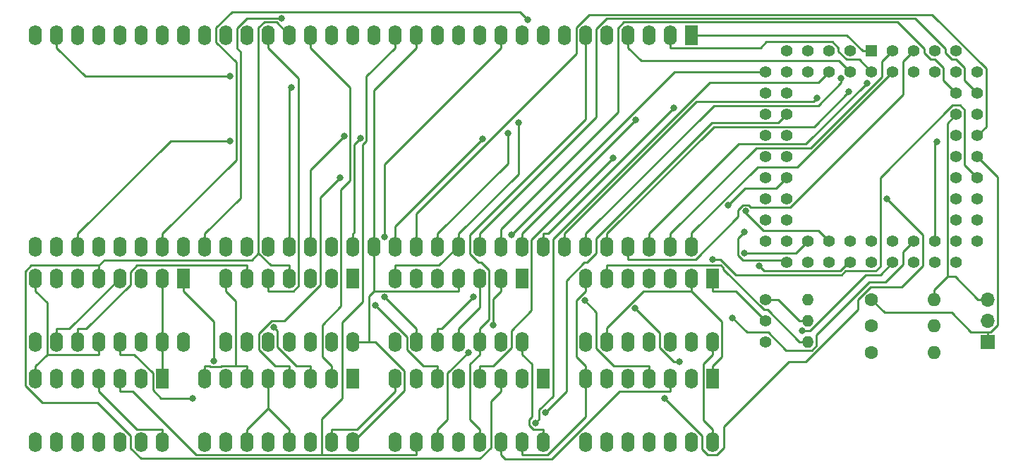
<source format=gbr>
G04 #@! TF.GenerationSoftware,KiCad,Pcbnew,(5.1.2-1)-1*
G04 #@! TF.CreationDate,2019-05-26T23:10:56+01:00*
G04 #@! TF.ProjectId,A500 14Mhz Accelerator,41353030-2031-4344-9d68-7a2041636365,rev?*
G04 #@! TF.SameCoordinates,Original*
G04 #@! TF.FileFunction,Copper,L2,Bot*
G04 #@! TF.FilePolarity,Positive*
%FSLAX46Y46*%
G04 Gerber Fmt 4.6, Leading zero omitted, Abs format (unit mm)*
G04 Created by KiCad (PCBNEW (5.1.2-1)-1) date 2019-05-26 23:10:56*
%MOMM*%
%LPD*%
G04 APERTURE LIST*
%ADD10O,1.600000X2.400000*%
%ADD11R,1.600000X2.400000*%
%ADD12O,1.600000X1.600000*%
%ADD13C,1.600000*%
%ADD14C,1.400000*%
%ADD15O,1.400000X1.400000*%
%ADD16R,1.700000X1.700000*%
%ADD17O,1.700000X1.700000*%
%ADD18C,1.422400*%
%ADD19R,1.422400X1.422400*%
%ADD20C,0.800000*%
%ADD21C,0.250000*%
G04 APERTURE END LIST*
D10*
X165735000Y-115570000D03*
X163195000Y-115570000D03*
X160655000Y-115570000D03*
X158115000Y-115570000D03*
X155575000Y-115570000D03*
X153035000Y-115570000D03*
X150495000Y-115570000D03*
X147955000Y-115570000D03*
X145415000Y-115570000D03*
X142875000Y-115570000D03*
X140335000Y-115570000D03*
X137795000Y-115570000D03*
X135255000Y-115570000D03*
X132715000Y-115570000D03*
X130175000Y-115570000D03*
X127635000Y-115570000D03*
X125095000Y-115570000D03*
X122555000Y-115570000D03*
X120015000Y-115570000D03*
X117475000Y-115570000D03*
X114935000Y-115570000D03*
X112395000Y-115570000D03*
X109855000Y-115570000D03*
X107315000Y-115570000D03*
X104775000Y-115570000D03*
X102235000Y-115570000D03*
X99695000Y-115570000D03*
X97155000Y-115570000D03*
X94615000Y-115570000D03*
X92075000Y-115570000D03*
X89535000Y-115570000D03*
X86995000Y-115570000D03*
X86995000Y-90170000D03*
X89535000Y-90170000D03*
X92075000Y-90170000D03*
X94615000Y-90170000D03*
X97155000Y-90170000D03*
X99695000Y-90170000D03*
X102235000Y-90170000D03*
X104775000Y-90170000D03*
X107315000Y-90170000D03*
X109855000Y-90170000D03*
X112395000Y-90170000D03*
X114935000Y-90170000D03*
X117475000Y-90170000D03*
X120015000Y-90170000D03*
X122555000Y-90170000D03*
X125095000Y-90170000D03*
X127635000Y-90170000D03*
X130175000Y-90170000D03*
X132715000Y-90170000D03*
X135255000Y-90170000D03*
X137795000Y-90170000D03*
X140335000Y-90170000D03*
X142875000Y-90170000D03*
X145415000Y-90170000D03*
X147955000Y-90170000D03*
X150495000Y-90170000D03*
X153035000Y-90170000D03*
X155575000Y-90170000D03*
X158115000Y-90170000D03*
X160655000Y-90170000D03*
X163195000Y-90170000D03*
D11*
X165735000Y-90170000D03*
D12*
X194825000Y-121920000D03*
D13*
X187325000Y-121920000D03*
X187325000Y-125095000D03*
D12*
X194825000Y-125095000D03*
X194825000Y-128270000D03*
D13*
X187325000Y-128270000D03*
D14*
X174625000Y-121920000D03*
D15*
X179705000Y-121920000D03*
X179705000Y-124460000D03*
D14*
X174625000Y-124460000D03*
X174625000Y-127000000D03*
D15*
X179705000Y-127000000D03*
D11*
X168275000Y-119380000D03*
D10*
X153035000Y-127000000D03*
X165735000Y-119380000D03*
X155575000Y-127000000D03*
X163195000Y-119380000D03*
X158115000Y-127000000D03*
X160655000Y-119380000D03*
X160655000Y-127000000D03*
X158115000Y-119380000D03*
X163195000Y-127000000D03*
X155575000Y-119380000D03*
X165735000Y-127000000D03*
X153035000Y-119380000D03*
X168275000Y-127000000D03*
X145415000Y-127000000D03*
X130175000Y-119380000D03*
X142875000Y-127000000D03*
X132715000Y-119380000D03*
X140335000Y-127000000D03*
X135255000Y-119380000D03*
X137795000Y-127000000D03*
X137795000Y-119380000D03*
X135255000Y-127000000D03*
X140335000Y-119380000D03*
X132715000Y-127000000D03*
X142875000Y-119380000D03*
X130175000Y-127000000D03*
D11*
X145415000Y-119380000D03*
X125095000Y-119380000D03*
D10*
X109855000Y-127000000D03*
X122555000Y-119380000D03*
X112395000Y-127000000D03*
X120015000Y-119380000D03*
X114935000Y-127000000D03*
X117475000Y-119380000D03*
X117475000Y-127000000D03*
X114935000Y-119380000D03*
X120015000Y-127000000D03*
X112395000Y-119380000D03*
X122555000Y-127000000D03*
X109855000Y-119380000D03*
X125095000Y-127000000D03*
D11*
X104775000Y-119380000D03*
D10*
X86995000Y-127000000D03*
X102235000Y-119380000D03*
X89535000Y-127000000D03*
X99695000Y-119380000D03*
X92075000Y-127000000D03*
X97155000Y-119380000D03*
X94615000Y-127000000D03*
X94615000Y-119380000D03*
X97155000Y-127000000D03*
X92075000Y-119380000D03*
X99695000Y-127000000D03*
X89535000Y-119380000D03*
X102235000Y-127000000D03*
X86995000Y-119380000D03*
X104775000Y-127000000D03*
X168275000Y-139065000D03*
X153035000Y-131445000D03*
X165735000Y-139065000D03*
X155575000Y-131445000D03*
X163195000Y-139065000D03*
X158115000Y-131445000D03*
X160655000Y-139065000D03*
X160655000Y-131445000D03*
X158115000Y-139065000D03*
X163195000Y-131445000D03*
X155575000Y-139065000D03*
X165735000Y-131445000D03*
X153035000Y-139065000D03*
D11*
X168275000Y-131445000D03*
D16*
X201295000Y-127000000D03*
D17*
X201295000Y-124460000D03*
X201295000Y-121920000D03*
D11*
X147955000Y-131445000D03*
D10*
X130175000Y-139065000D03*
X145415000Y-131445000D03*
X132715000Y-139065000D03*
X142875000Y-131445000D03*
X135255000Y-139065000D03*
X140335000Y-131445000D03*
X137795000Y-139065000D03*
X137795000Y-131445000D03*
X140335000Y-139065000D03*
X135255000Y-131445000D03*
X142875000Y-139065000D03*
X132715000Y-131445000D03*
X145415000Y-139065000D03*
X130175000Y-131445000D03*
X147955000Y-139065000D03*
D11*
X125095000Y-131445000D03*
D10*
X107315000Y-139065000D03*
X122555000Y-131445000D03*
X109855000Y-139065000D03*
X120015000Y-131445000D03*
X112395000Y-139065000D03*
X117475000Y-131445000D03*
X114935000Y-139065000D03*
X114935000Y-131445000D03*
X117475000Y-139065000D03*
X112395000Y-131445000D03*
X120015000Y-139065000D03*
X109855000Y-131445000D03*
X122555000Y-139065000D03*
X107315000Y-131445000D03*
X125095000Y-139065000D03*
D11*
X102235000Y-131445000D03*
D10*
X86995000Y-139065000D03*
X99695000Y-131445000D03*
X89535000Y-139065000D03*
X97155000Y-131445000D03*
X92075000Y-139065000D03*
X94615000Y-131445000D03*
X94615000Y-139065000D03*
X92075000Y-131445000D03*
X97155000Y-139065000D03*
X89535000Y-131445000D03*
X99695000Y-139065000D03*
X86995000Y-131445000D03*
X102235000Y-139065000D03*
D18*
X187325000Y-94615000D03*
X184785000Y-94615000D03*
X182245000Y-94615000D03*
X179705000Y-94615000D03*
X189865000Y-94615000D03*
X192405000Y-94615000D03*
X194945000Y-94615000D03*
X197485000Y-94615000D03*
D19*
X187325000Y-92075000D03*
D18*
X184785000Y-92075000D03*
X182245000Y-92075000D03*
X179705000Y-92075000D03*
X177165000Y-92075000D03*
X189865000Y-92075000D03*
X192405000Y-92075000D03*
X194945000Y-92075000D03*
X177165000Y-94615000D03*
X177165000Y-97155000D03*
X177165000Y-99695000D03*
X177165000Y-102235000D03*
X177165000Y-104775000D03*
X177165000Y-107315000D03*
X177165000Y-109855000D03*
X177165000Y-112395000D03*
X174625000Y-94615000D03*
X174625000Y-97155000D03*
X174625000Y-99695000D03*
X174625000Y-102235000D03*
X174625000Y-104775000D03*
X174625000Y-107315000D03*
X174625000Y-109855000D03*
X174625000Y-112395000D03*
X174625000Y-114935000D03*
X177165000Y-114935000D03*
X179705000Y-114935000D03*
X182245000Y-114935000D03*
X184785000Y-114935000D03*
X187325000Y-114935000D03*
X189865000Y-114935000D03*
X192405000Y-114935000D03*
X194945000Y-114935000D03*
X200025000Y-114935000D03*
X177165000Y-117475000D03*
X179705000Y-117475000D03*
X182245000Y-117475000D03*
X184785000Y-117475000D03*
X187325000Y-117475000D03*
X189865000Y-117475000D03*
X192405000Y-117475000D03*
X194945000Y-117475000D03*
X197485000Y-117475000D03*
X197485000Y-114935000D03*
X197485000Y-112395000D03*
X197485000Y-109855000D03*
X197485000Y-107315000D03*
X197485000Y-104775000D03*
X197485000Y-102235000D03*
X197485000Y-99695000D03*
X197485000Y-97155000D03*
X197485000Y-92075000D03*
X200025000Y-112395000D03*
X200025000Y-109855000D03*
X200025000Y-107315000D03*
X200025000Y-104775000D03*
X200025000Y-102235000D03*
X200025000Y-99695000D03*
X200025000Y-97155000D03*
X200025000Y-94615000D03*
D20*
X144957700Y-100693000D03*
X186795500Y-95956300D03*
X184630100Y-97006100D03*
X183692100Y-95382100D03*
X180808400Y-97753100D03*
X163609000Y-98946000D03*
X159067500Y-100368100D03*
X143692500Y-102018200D03*
X140655200Y-102636400D03*
X126009300Y-102583800D03*
X168250400Y-117120500D03*
X124052800Y-102319600D03*
X117701200Y-96472700D03*
X158960500Y-122961400D03*
X164272200Y-129447700D03*
X116534500Y-88145300D03*
X146098100Y-88375500D03*
X195218100Y-102972400D03*
X170638700Y-124153700D03*
X110386800Y-102895500D03*
X179032500Y-125667200D03*
X110386800Y-95128000D03*
X173865900Y-117907500D03*
X172248500Y-111305800D03*
X172080000Y-116348700D03*
X172101000Y-113822100D03*
X127770200Y-122632000D03*
X128905000Y-114400700D03*
X128873200Y-121649000D03*
X141914900Y-124985300D03*
X152917600Y-122066500D03*
X139571300Y-121664000D03*
X148192800Y-135487700D03*
X156336700Y-104970900D03*
X144114600Y-114175000D03*
X105884500Y-133815200D03*
X123568100Y-107319300D03*
X170140400Y-110587700D03*
X162482100Y-133815600D03*
X189150000Y-109855000D03*
X146987500Y-136748400D03*
X138952900Y-128293600D03*
X108419000Y-129296400D03*
X115612700Y-125266800D03*
D21*
X153035000Y-131445000D02*
X153035000Y-129919700D01*
X153035000Y-119380000D02*
X153035000Y-120905300D01*
X153035000Y-120905300D02*
X151894400Y-122045900D01*
X151894400Y-122045900D02*
X151894400Y-128779100D01*
X151894400Y-128779100D02*
X153035000Y-129919700D01*
X145415000Y-139065000D02*
X145415000Y-140590300D01*
X153035000Y-131445000D02*
X153035000Y-135993100D01*
X153035000Y-135993100D02*
X148437800Y-140590300D01*
X148437800Y-140590300D02*
X145415000Y-140590300D01*
X107315000Y-129919700D02*
X107901300Y-129919700D01*
X107901300Y-129919700D02*
X108006700Y-130025100D01*
X108006700Y-130025100D02*
X109240200Y-130025100D01*
X109240200Y-130025100D02*
X109345600Y-129919700D01*
X109345600Y-129919700D02*
X111045600Y-129919700D01*
X137795000Y-114044700D02*
X144957700Y-106882000D01*
X144957700Y-106882000D02*
X144957700Y-100693000D01*
X88389400Y-128525300D02*
X86995000Y-129919700D01*
X94615000Y-128525300D02*
X88389400Y-128525300D01*
X86995000Y-120905300D02*
X88389400Y-122299700D01*
X88389400Y-122299700D02*
X88389400Y-128525300D01*
X86995000Y-119380000D02*
X86995000Y-120905300D01*
X86995000Y-131445000D02*
X86995000Y-129919700D01*
X94615000Y-127000000D02*
X94615000Y-128525300D01*
X107315000Y-131445000D02*
X107315000Y-129919700D01*
X112395000Y-129919700D02*
X111045600Y-129919700D01*
X111045600Y-129919700D02*
X111045600Y-122095900D01*
X111045600Y-122095900D02*
X109855000Y-120905300D01*
X109855000Y-119380000D02*
X109855000Y-120905300D01*
X112395000Y-131445000D02*
X112395000Y-129919700D01*
X196422500Y-119197200D02*
X196422500Y-100757500D01*
X196422500Y-100757500D02*
X197485000Y-99695000D01*
X194825000Y-120794700D02*
X196422500Y-119197200D01*
X196422500Y-119197200D02*
X197396900Y-119197200D01*
X197396900Y-119197200D02*
X200119700Y-121920000D01*
X201295000Y-121920000D02*
X200119700Y-121920000D01*
X130175000Y-119380000D02*
X130175000Y-117854700D01*
X137795000Y-115493400D02*
X135433700Y-117854700D01*
X135433700Y-117854700D02*
X130175000Y-117854700D01*
X137795000Y-115493400D02*
X137795000Y-114044700D01*
X137795000Y-115570000D02*
X137795000Y-115493400D01*
X130175000Y-131445000D02*
X130175000Y-132970300D01*
X122555000Y-139065000D02*
X122555000Y-137539700D01*
X122555000Y-137539700D02*
X125605600Y-137539700D01*
X125605600Y-137539700D02*
X130175000Y-132970300D01*
X114935000Y-134999700D02*
X114935000Y-131445000D01*
X117475000Y-137539700D02*
X114935000Y-134999700D01*
X114935000Y-134999700D02*
X112395000Y-137539700D01*
X112395000Y-139065000D02*
X112395000Y-137539700D01*
X117475000Y-139065000D02*
X117475000Y-137539700D01*
X194825000Y-121920000D02*
X194825000Y-120794700D01*
X127635000Y-120905300D02*
X127635000Y-117095300D01*
X127015200Y-127000000D02*
X127015200Y-121525100D01*
X127015200Y-121525100D02*
X127635000Y-120905300D01*
X127635000Y-120905300D02*
X137795000Y-120905300D01*
X137795000Y-119380000D02*
X137795000Y-120905300D01*
X127015200Y-127000000D02*
X125095000Y-127000000D01*
X125095000Y-139065000D02*
X131301700Y-132858300D01*
X131301700Y-132858300D02*
X131301700Y-130542100D01*
X131301700Y-130542100D02*
X127759600Y-127000000D01*
X127759600Y-127000000D02*
X127015200Y-127000000D01*
X127635000Y-115570000D02*
X127635000Y-117095300D01*
X102235000Y-137539700D02*
X99184400Y-137539700D01*
X99184400Y-137539700D02*
X94615000Y-132970300D01*
X145415000Y-128525300D02*
X146580700Y-129691000D01*
X146580700Y-129691000D02*
X146580700Y-135997600D01*
X146580700Y-135997600D02*
X146262200Y-136316100D01*
X146262200Y-136316100D02*
X146262200Y-137048800D01*
X146262200Y-137048800D02*
X146753100Y-137539700D01*
X146753100Y-137539700D02*
X147955000Y-137539700D01*
X168275000Y-119380000D02*
X168275000Y-120905300D01*
X168275000Y-120905300D02*
X171070300Y-120905300D01*
X171070300Y-120905300D02*
X174625000Y-124460000D01*
X127635000Y-114044700D02*
X127635000Y-96775300D01*
X127635000Y-96775300D02*
X132715000Y-91695300D01*
X94615000Y-131445000D02*
X94615000Y-132970300D01*
X102235000Y-139065000D02*
X102235000Y-137539700D01*
X187325000Y-121920000D02*
X188912500Y-123507500D01*
X188912500Y-123507500D02*
X196973000Y-123507500D01*
X196973000Y-123507500D02*
X199290200Y-125824700D01*
X199290200Y-125824700D02*
X201295000Y-125824700D01*
X201295000Y-127000000D02*
X201295000Y-125824700D01*
X200025000Y-104775000D02*
X202470300Y-107220300D01*
X202470300Y-107220300D02*
X202470300Y-125016800D01*
X202470300Y-125016800D02*
X201662400Y-125824700D01*
X201662400Y-125824700D02*
X201295000Y-125824700D01*
X127635000Y-115570000D02*
X127635000Y-114044700D01*
X132715000Y-90170000D02*
X132715000Y-91695300D01*
X168275000Y-127000000D02*
X168275000Y-128525300D01*
X168275000Y-139065000D02*
X168275000Y-137539700D01*
X168275000Y-137539700D02*
X167149700Y-136414400D01*
X167149700Y-136414400D02*
X167149700Y-129650600D01*
X167149700Y-129650600D02*
X168275000Y-128525300D01*
X102235000Y-127000000D02*
X102235000Y-131445000D01*
X102235000Y-119380000D02*
X102235000Y-127000000D01*
X89535000Y-127000000D02*
X89535000Y-125474700D01*
X89535000Y-125474700D02*
X91060300Y-125474700D01*
X91060300Y-125474700D02*
X97155000Y-119380000D01*
X145415000Y-127000000D02*
X145415000Y-128525300D01*
X147955000Y-139065000D02*
X147955000Y-137539700D01*
X165735000Y-114044700D02*
X165735000Y-113954400D01*
X165735000Y-113954400D02*
X173644400Y-106045000D01*
X173644400Y-106045000D02*
X178435000Y-106045000D01*
X178435000Y-106045000D02*
X189865000Y-94615000D01*
X165735000Y-115570000D02*
X165735000Y-114044700D01*
X163195000Y-114044700D02*
X173509700Y-103730000D01*
X173509700Y-103730000D02*
X180047600Y-103730000D01*
X180047600Y-103730000D02*
X188595000Y-95182600D01*
X188595000Y-95182600D02*
X188595000Y-93345000D01*
X188595000Y-93345000D02*
X189865000Y-92075000D01*
X163195000Y-115570000D02*
X163195000Y-114044700D01*
X160655000Y-115570000D02*
X160655000Y-114044700D01*
X186795500Y-95956300D02*
X179472300Y-103279500D01*
X179472300Y-103279500D02*
X171420200Y-103279500D01*
X171420200Y-103279500D02*
X160655000Y-114044700D01*
X192405000Y-92075000D02*
X191135000Y-93345000D01*
X191135000Y-93345000D02*
X191135000Y-97359800D01*
X191135000Y-97359800D02*
X177583300Y-110911500D01*
X177583300Y-110911500D02*
X172880000Y-110911500D01*
X172880000Y-110911500D02*
X172549000Y-110580500D01*
X172549000Y-110580500D02*
X171944400Y-110580500D01*
X171944400Y-110580500D02*
X171318000Y-111206900D01*
X171318000Y-111206900D02*
X171318000Y-111986400D01*
X171318000Y-111986400D02*
X166209100Y-117095300D01*
X166209100Y-117095300D02*
X158115000Y-117095300D01*
X158115000Y-115570000D02*
X158115000Y-117095300D01*
X155575000Y-114044700D02*
X168422400Y-101197300D01*
X168422400Y-101197300D02*
X180438900Y-101197300D01*
X180438900Y-101197300D02*
X184630100Y-97006100D01*
X155575000Y-115570000D02*
X155575000Y-114044700D01*
X183692100Y-95382100D02*
X183692100Y-95922000D01*
X183692100Y-95922000D02*
X180962200Y-98651900D01*
X180962200Y-98651900D02*
X168427800Y-98651900D01*
X168427800Y-98651900D02*
X153035000Y-114044700D01*
X153035000Y-115570000D02*
X153035000Y-114044700D01*
X150495000Y-115570000D02*
X150495000Y-114044700D01*
X150495000Y-114044700D02*
X166348200Y-98191500D01*
X166348200Y-98191500D02*
X180370000Y-98191500D01*
X180370000Y-98191500D02*
X180808400Y-97753100D01*
X147955000Y-114044700D02*
X148510300Y-114044700D01*
X148510300Y-114044700D02*
X163609000Y-98946000D01*
X147955000Y-115570000D02*
X147955000Y-114044700D01*
X145415000Y-114044700D02*
X159067500Y-100392200D01*
X159067500Y-100392200D02*
X159067500Y-100368100D01*
X145415000Y-115570000D02*
X145415000Y-114044700D01*
X142875000Y-115570000D02*
X142875000Y-113472300D01*
X142875000Y-113472300D02*
X156918900Y-99428400D01*
X156918900Y-99428400D02*
X156918900Y-89353500D01*
X156918900Y-89353500D02*
X157636400Y-88636000D01*
X157636400Y-88636000D02*
X190468300Y-88636000D01*
X190468300Y-88636000D02*
X193675000Y-91842700D01*
X193675000Y-91842700D02*
X193675000Y-92325500D01*
X193675000Y-92325500D02*
X194461100Y-93111600D01*
X194461100Y-93111600D02*
X194962100Y-93111600D01*
X194962100Y-93111600D02*
X195981600Y-94131100D01*
X195981600Y-94131100D02*
X195981600Y-95651600D01*
X195981600Y-95651600D02*
X197485000Y-97155000D01*
X140335000Y-114044700D02*
X154305000Y-100074700D01*
X154305000Y-100074700D02*
X154305000Y-89432100D01*
X154305000Y-89432100D02*
X155552700Y-88184400D01*
X155552700Y-88184400D02*
X192556700Y-88184400D01*
X192556700Y-88184400D02*
X196215000Y-91842700D01*
X196215000Y-91842700D02*
X196215000Y-92325500D01*
X196215000Y-92325500D02*
X197001100Y-93111600D01*
X197001100Y-93111600D02*
X197502100Y-93111600D01*
X197502100Y-93111600D02*
X198521600Y-94131100D01*
X198521600Y-94131100D02*
X198521600Y-95651600D01*
X198521600Y-95651600D02*
X200025000Y-97155000D01*
X140335000Y-115570000D02*
X140335000Y-114044700D01*
X135255000Y-115570000D02*
X135255000Y-114044700D01*
X143692500Y-102018200D02*
X143692500Y-105607200D01*
X143692500Y-105607200D02*
X135255000Y-114044700D01*
X200025000Y-102235000D02*
X201079300Y-101180700D01*
X201079300Y-101180700D02*
X201079300Y-94191600D01*
X201079300Y-94191600D02*
X194620000Y-87732300D01*
X194620000Y-87732300D02*
X153457500Y-87732300D01*
X153457500Y-87732300D02*
X151909600Y-89280200D01*
X151909600Y-89280200D02*
X151909600Y-92428100D01*
X151909600Y-92428100D02*
X132715000Y-111622700D01*
X132715000Y-111622700D02*
X132715000Y-114044700D01*
X132715000Y-115570000D02*
X132715000Y-114044700D01*
X130175000Y-114044700D02*
X130175000Y-113116600D01*
X130175000Y-113116600D02*
X140655200Y-102636400D01*
X130175000Y-115570000D02*
X130175000Y-114044700D01*
X125095000Y-115570000D02*
X125095000Y-114044700D01*
X125095000Y-114044700D02*
X125235400Y-113904300D01*
X125235400Y-113904300D02*
X125235400Y-103357700D01*
X125235400Y-103357700D02*
X126009300Y-102583800D01*
X168250400Y-117120500D02*
X169186400Y-117120500D01*
X169186400Y-117120500D02*
X171046300Y-118980400D01*
X171046300Y-118980400D02*
X183738500Y-118980400D01*
X183738500Y-118980400D02*
X184207300Y-118511600D01*
X184207300Y-118511600D02*
X187825000Y-118511600D01*
X187825000Y-118511600D02*
X188382300Y-117954300D01*
X188382300Y-117954300D02*
X188382300Y-107283500D01*
X188382300Y-107283500D02*
X197030100Y-98635700D01*
X197030100Y-98635700D02*
X197946200Y-98635700D01*
X197946200Y-98635700D02*
X198521600Y-99211100D01*
X198521600Y-99211100D02*
X198521600Y-105811600D01*
X198521600Y-105811600D02*
X200025000Y-107315000D01*
X120015000Y-115570000D02*
X120015000Y-106357400D01*
X120015000Y-106357400D02*
X124052800Y-102319600D01*
X117701200Y-96472700D02*
X117475000Y-96698900D01*
X117475000Y-96698900D02*
X117475000Y-115570000D01*
X164272200Y-129447700D02*
X163645000Y-129447700D01*
X163645000Y-129447700D02*
X161925000Y-127727700D01*
X161925000Y-127727700D02*
X161925000Y-125925900D01*
X161925000Y-125925900D02*
X158960500Y-122961400D01*
X107315000Y-115570000D02*
X107315000Y-114044700D01*
X116534500Y-88145300D02*
X112426900Y-88145300D01*
X112426900Y-88145300D02*
X111219300Y-89352900D01*
X111219300Y-89352900D02*
X111219300Y-91789700D01*
X111219300Y-91789700D02*
X111592200Y-92162600D01*
X111592200Y-92162600D02*
X111592200Y-109767500D01*
X111592200Y-109767500D02*
X107315000Y-114044700D01*
X194945000Y-114935000D02*
X194945000Y-103245500D01*
X194945000Y-103245500D02*
X195218100Y-102972400D01*
X102235000Y-115570000D02*
X102235000Y-114044700D01*
X146098100Y-88375500D02*
X145130900Y-87408300D01*
X145130900Y-87408300D02*
X110569600Y-87408300D01*
X110569600Y-87408300D02*
X108693500Y-89284400D01*
X108693500Y-89284400D02*
X108693500Y-91028700D01*
X108693500Y-91028700D02*
X111112200Y-93447400D01*
X111112200Y-93447400D02*
X111112200Y-105167500D01*
X111112200Y-105167500D02*
X102235000Y-114044700D01*
X192405000Y-114935000D02*
X191135000Y-116205000D01*
X191135000Y-116205000D02*
X191135000Y-117710600D01*
X191135000Y-117710600D02*
X188976100Y-119869500D01*
X188976100Y-119869500D02*
X187078800Y-119869500D01*
X187078800Y-119869500D02*
X180751800Y-126196500D01*
X180751800Y-126196500D02*
X180751800Y-127468700D01*
X180751800Y-127468700D02*
X180184100Y-128036400D01*
X180184100Y-128036400D02*
X177111500Y-128036400D01*
X177111500Y-128036400D02*
X174964400Y-125889300D01*
X174964400Y-125889300D02*
X172374300Y-125889300D01*
X172374300Y-125889300D02*
X170638700Y-124153700D01*
X92075000Y-114044700D02*
X103224200Y-102895500D01*
X103224200Y-102895500D02*
X110386800Y-102895500D01*
X92075000Y-115570000D02*
X92075000Y-114044700D01*
X189865000Y-117475000D02*
X188378000Y-118962000D01*
X188378000Y-118962000D02*
X186667700Y-118962000D01*
X186667700Y-118962000D02*
X179962500Y-125667200D01*
X179962500Y-125667200D02*
X179032500Y-125667200D01*
X89535000Y-91695300D02*
X92967600Y-95127900D01*
X92967600Y-95127900D02*
X110386800Y-95127900D01*
X110386800Y-95127900D02*
X110386800Y-95128000D01*
X89535000Y-90170000D02*
X89535000Y-91695300D01*
X184785000Y-117475000D02*
X184587100Y-117475000D01*
X184587100Y-117475000D02*
X183550500Y-118511600D01*
X183550500Y-118511600D02*
X174470000Y-118511600D01*
X174470000Y-118511600D02*
X173865900Y-117907500D01*
X182245000Y-114935000D02*
X180975000Y-113665000D01*
X180975000Y-113665000D02*
X174402500Y-113665000D01*
X174402500Y-113665000D02*
X172248500Y-111511000D01*
X172248500Y-111511000D02*
X172248500Y-111305800D01*
X179705000Y-114935000D02*
X178291300Y-116348700D01*
X178291300Y-116348700D02*
X172080000Y-116348700D01*
X177165000Y-117475000D02*
X176872200Y-117182200D01*
X176872200Y-117182200D02*
X171871800Y-117182200D01*
X171871800Y-117182200D02*
X171304900Y-116615300D01*
X171304900Y-116615300D02*
X171304900Y-114618200D01*
X171304900Y-114618200D02*
X172101000Y-113822100D01*
X114935000Y-90170000D02*
X114935000Y-91695300D01*
X114935000Y-119380000D02*
X114935000Y-120905300D01*
X114935000Y-120905300D02*
X117949400Y-120905300D01*
X117949400Y-120905300D02*
X118606200Y-120248500D01*
X118606200Y-120248500D02*
X118606200Y-95366500D01*
X118606200Y-95366500D02*
X114935000Y-91695300D01*
X135255000Y-131445000D02*
X135255000Y-129919700D01*
X135255000Y-129919700D02*
X133571700Y-129919700D01*
X133571700Y-129919700D02*
X131589600Y-127937600D01*
X131589600Y-127937600D02*
X131589600Y-126410000D01*
X131589600Y-126410000D02*
X127811600Y-122632000D01*
X127811600Y-122632000D02*
X127770200Y-122632000D01*
X113767300Y-116398200D02*
X115223800Y-117854700D01*
X115223800Y-117854700D02*
X117475000Y-117854700D01*
X117475000Y-90170000D02*
X115900700Y-88595700D01*
X115900700Y-88595700D02*
X114483700Y-88595700D01*
X114483700Y-88595700D02*
X113767300Y-89312100D01*
X113767300Y-89312100D02*
X113767300Y-116398200D01*
X94615000Y-117854800D02*
X95289500Y-117180300D01*
X95289500Y-117180300D02*
X112985200Y-117180300D01*
X112985200Y-117180300D02*
X113767300Y-116398200D01*
X94615000Y-117854800D02*
X94615000Y-117854700D01*
X94615000Y-119380000D02*
X94615000Y-117967300D01*
X94615000Y-117967300D02*
X94615000Y-117854800D01*
X142875000Y-131445000D02*
X142875000Y-132970300D01*
X142875000Y-132970300D02*
X141678900Y-134166400D01*
X141678900Y-134166400D02*
X141678900Y-139719400D01*
X141678900Y-139719400D02*
X140357600Y-141040700D01*
X140357600Y-141040700D02*
X99664200Y-141040700D01*
X99664200Y-141040700D02*
X98425000Y-139801500D01*
X98425000Y-139801500D02*
X98425000Y-138343400D01*
X98425000Y-138343400D02*
X94399300Y-134317700D01*
X94399300Y-134317700D02*
X87844800Y-134317700D01*
X87844800Y-134317700D02*
X85802100Y-132275000D01*
X85802100Y-132275000D02*
X85802100Y-118566100D01*
X85802100Y-118566100D02*
X86513500Y-117854700D01*
X86513500Y-117854700D02*
X94615000Y-117854700D01*
X117475000Y-119380000D02*
X117475000Y-117854700D01*
X120015000Y-90170000D02*
X120015000Y-91695300D01*
X122555000Y-131445000D02*
X122555000Y-129919700D01*
X122555000Y-129919700D02*
X121429400Y-128794100D01*
X121429400Y-128794100D02*
X121429400Y-124967900D01*
X121429400Y-124967900D02*
X123680400Y-122716900D01*
X123680400Y-122716900D02*
X123680400Y-108767900D01*
X123680400Y-108767900D02*
X124785000Y-107663300D01*
X124785000Y-107663300D02*
X124785000Y-96465300D01*
X124785000Y-96465300D02*
X120015000Y-91695300D01*
X165735000Y-120905300D02*
X159990900Y-120905300D01*
X159990900Y-120905300D02*
X155575000Y-125321200D01*
X155575000Y-125321200D02*
X155575000Y-125474700D01*
X130175000Y-91695300D02*
X126734600Y-95135700D01*
X126734600Y-95135700D02*
X126734600Y-102884300D01*
X126734600Y-102884300D02*
X126306600Y-103312300D01*
X126306600Y-103312300D02*
X126306600Y-122222700D01*
X126306600Y-122222700D02*
X123830400Y-124698900D01*
X123830400Y-124698900D02*
X123830400Y-133841900D01*
X123830400Y-133841900D02*
X121364500Y-136307800D01*
X121364500Y-136307800D02*
X121364500Y-140590300D01*
X121364500Y-140590300D02*
X106300300Y-140590300D01*
X106300300Y-140590300D02*
X98680300Y-132970300D01*
X98680300Y-132970300D02*
X97155000Y-132970300D01*
X132715000Y-140590300D02*
X121364500Y-140590300D01*
X130175000Y-90170000D02*
X130175000Y-91695300D01*
X97155000Y-131445000D02*
X97155000Y-132970300D01*
X132715000Y-139065000D02*
X132715000Y-140590300D01*
X165735000Y-120905300D02*
X169400300Y-124570600D01*
X169400300Y-124570600D02*
X169400300Y-128794400D01*
X169400300Y-128794400D02*
X168275000Y-129919700D01*
X155575000Y-127000000D02*
X155575000Y-125474700D01*
X165735000Y-119380000D02*
X165735000Y-120905300D01*
X168275000Y-131445000D02*
X168275000Y-129919700D01*
X142875000Y-91695300D02*
X128905000Y-105665300D01*
X128905000Y-105665300D02*
X128905000Y-114400700D01*
X142875000Y-90170000D02*
X142875000Y-91695300D01*
X140335000Y-127000000D02*
X140335000Y-128525300D01*
X140335000Y-139065000D02*
X140335000Y-137539700D01*
X140335000Y-137539700D02*
X139178200Y-136382900D01*
X139178200Y-136382900D02*
X139178200Y-129682100D01*
X139178200Y-129682100D02*
X140335000Y-128525300D01*
X140335000Y-127000000D02*
X140335000Y-125474700D01*
X140335000Y-125474700D02*
X141460400Y-124349300D01*
X141460400Y-124349300D02*
X141460400Y-118442800D01*
X141460400Y-118442800D02*
X140492600Y-117475000D01*
X140492600Y-117475000D02*
X140171700Y-117475000D01*
X140171700Y-117475000D02*
X139155000Y-116458300D01*
X139155000Y-116458300D02*
X139155000Y-114180000D01*
X139155000Y-114180000D02*
X153035000Y-100300000D01*
X153035000Y-100300000D02*
X153035000Y-90170000D01*
X163195000Y-131445000D02*
X163195000Y-132970300D01*
X142875000Y-139065000D02*
X142875000Y-140590300D01*
X142875000Y-140590300D02*
X143347600Y-141062900D01*
X143347600Y-141062900D02*
X148967000Y-141062900D01*
X148967000Y-141062900D02*
X157059600Y-132970300D01*
X157059600Y-132970300D02*
X163195000Y-132970300D01*
X158115000Y-91695300D02*
X159711000Y-93291300D01*
X159711000Y-93291300D02*
X183461300Y-93291300D01*
X183461300Y-93291300D02*
X184785000Y-94615000D01*
X158115000Y-90170000D02*
X158115000Y-91695300D01*
X163195000Y-90170000D02*
X163195000Y-91695300D01*
X187325000Y-94615000D02*
X185842100Y-93132100D01*
X185842100Y-93132100D02*
X184343600Y-93132100D01*
X184343600Y-93132100D02*
X183370500Y-92159000D01*
X183370500Y-92159000D02*
X183370500Y-91716500D01*
X183370500Y-91716500D02*
X182656500Y-91002500D01*
X182656500Y-91002500D02*
X174690900Y-91002500D01*
X174690900Y-91002500D02*
X173998100Y-91695300D01*
X173998100Y-91695300D02*
X163195000Y-91695300D01*
X187325000Y-92075000D02*
X186288500Y-92075000D01*
X186288500Y-92075000D02*
X184383500Y-90170000D01*
X184383500Y-90170000D02*
X165735000Y-90170000D01*
X179705000Y-124460000D02*
X178679700Y-124460000D01*
X178679700Y-124460000D02*
X176139700Y-121920000D01*
X176139700Y-121920000D02*
X174625000Y-121920000D01*
X179705000Y-127000000D02*
X178679700Y-127000000D01*
X155575000Y-119380000D02*
X155575000Y-117854700D01*
X155575000Y-117854700D02*
X169255100Y-117854700D01*
X169255100Y-117854700D02*
X169545900Y-118145500D01*
X169545900Y-118145500D02*
X169545900Y-118290900D01*
X169545900Y-118290900D02*
X174416100Y-123161100D01*
X174416100Y-123161100D02*
X174840800Y-123161100D01*
X174840800Y-123161100D02*
X178679700Y-127000000D01*
X132715000Y-125474700D02*
X132698900Y-125474700D01*
X132698900Y-125474700D02*
X128873200Y-121649000D01*
X132715000Y-127000000D02*
X132715000Y-125474700D01*
X142875000Y-120905300D02*
X141914900Y-121865400D01*
X141914900Y-121865400D02*
X141914900Y-124985300D01*
X142875000Y-119380000D02*
X142875000Y-120905300D01*
X160655000Y-131445000D02*
X160655000Y-129919700D01*
X160655000Y-129919700D02*
X156419800Y-129919700D01*
X156419800Y-129919700D02*
X154305000Y-127804900D01*
X154305000Y-127804900D02*
X154305000Y-123453900D01*
X154305000Y-123453900D02*
X152917600Y-122066500D01*
X135255000Y-127000000D02*
X135255000Y-125474700D01*
X135255000Y-125474700D02*
X135760600Y-125474700D01*
X135760600Y-125474700D02*
X139571300Y-121664000D01*
X112395000Y-119380000D02*
X112395000Y-117854700D01*
X92075000Y-127000000D02*
X92075000Y-125474700D01*
X92075000Y-125474700D02*
X93123600Y-125474700D01*
X93123600Y-125474700D02*
X98425000Y-120173300D01*
X98425000Y-120173300D02*
X98425000Y-118640800D01*
X98425000Y-118640800D02*
X99211100Y-117854700D01*
X99211100Y-117854700D02*
X112395000Y-117854700D01*
X177165000Y-99695000D02*
X176116600Y-100743400D01*
X176116600Y-100743400D02*
X168199300Y-100743400D01*
X168199300Y-100743400D02*
X154305000Y-114637700D01*
X154305000Y-114637700D02*
X154305000Y-116362600D01*
X154305000Y-116362600D02*
X153192600Y-117475000D01*
X153192600Y-117475000D02*
X152871900Y-117475000D01*
X152871900Y-117475000D02*
X150710100Y-119636800D01*
X150710100Y-119636800D02*
X150710100Y-132970400D01*
X150710100Y-132970400D02*
X148192800Y-135487700D01*
X137795000Y-127000000D02*
X137795000Y-125474700D01*
X137795000Y-125474700D02*
X140335000Y-122934700D01*
X140335000Y-122934700D02*
X140335000Y-120905300D01*
X140335000Y-119380000D02*
X140335000Y-120905300D01*
X140335000Y-129919700D02*
X141950600Y-129919700D01*
X141950600Y-129919700D02*
X144145000Y-127725300D01*
X144145000Y-127725300D02*
X144145000Y-125669800D01*
X144145000Y-125669800D02*
X146540400Y-123274400D01*
X146540400Y-123274400D02*
X146540400Y-114767200D01*
X146540400Y-114767200D02*
X156336700Y-104970900D01*
X140335000Y-131445000D02*
X140335000Y-129919700D01*
X174625000Y-94615000D02*
X163674600Y-94615000D01*
X163674600Y-94615000D02*
X144114600Y-114175000D01*
X97155000Y-128525300D02*
X98827900Y-128525300D01*
X98827900Y-128525300D02*
X101109600Y-130807000D01*
X101109600Y-130807000D02*
X101109600Y-132835200D01*
X101109600Y-132835200D02*
X102089600Y-133815200D01*
X102089600Y-133815200D02*
X105884500Y-133815200D01*
X97155000Y-127000000D02*
X97155000Y-128525300D01*
X123568100Y-107319300D02*
X121195700Y-109691700D01*
X121195700Y-109691700D02*
X121195700Y-120191500D01*
X121195700Y-120191500D02*
X116845700Y-124541500D01*
X116845700Y-124541500D02*
X115312300Y-124541500D01*
X115312300Y-124541500D02*
X113808600Y-126045200D01*
X113808600Y-126045200D02*
X113808600Y-127948500D01*
X113808600Y-127948500D02*
X115779800Y-129919700D01*
X115779800Y-129919700D02*
X117475000Y-129919700D01*
X177165000Y-107315000D02*
X175895000Y-108585000D01*
X175895000Y-108585000D02*
X172143100Y-108585000D01*
X172143100Y-108585000D02*
X170140400Y-110587700D01*
X117475000Y-131445000D02*
X117475000Y-129919700D01*
X162482100Y-133815600D02*
X167005000Y-138338500D01*
X167005000Y-138338500D02*
X167005000Y-139914900D01*
X167005000Y-139914900D02*
X167685700Y-140595600D01*
X167685700Y-140595600D02*
X168744500Y-140595600D01*
X168744500Y-140595600D02*
X169625500Y-139714600D01*
X169625500Y-139714600D02*
X169625500Y-137177800D01*
X169625500Y-137177800D02*
X177371500Y-129431800D01*
X177371500Y-129431800D02*
X179428600Y-129431800D01*
X179428600Y-129431800D02*
X185685000Y-123175400D01*
X185685000Y-123175400D02*
X185685000Y-121966800D01*
X185685000Y-121966800D02*
X187241600Y-120410200D01*
X187241600Y-120410200D02*
X190953100Y-120410200D01*
X190953100Y-120410200D02*
X193502400Y-117860900D01*
X193502400Y-117860900D02*
X193502400Y-114207400D01*
X193502400Y-114207400D02*
X189150000Y-109855000D01*
X182245000Y-94615000D02*
X180975000Y-95885000D01*
X180975000Y-95885000D02*
X167954300Y-95885000D01*
X167954300Y-95885000D02*
X149128400Y-114710900D01*
X149128400Y-114710900D02*
X149128400Y-133526400D01*
X149128400Y-133526400D02*
X147467500Y-135187300D01*
X147467500Y-135187300D02*
X147467500Y-136268400D01*
X147467500Y-136268400D02*
X146987500Y-136748400D01*
X135255000Y-137539700D02*
X136451100Y-136343600D01*
X136451100Y-136343600D02*
X136451100Y-130795400D01*
X136451100Y-130795400D02*
X138952900Y-128293600D01*
X135255000Y-139065000D02*
X135255000Y-137539700D01*
X104775000Y-119380000D02*
X104775000Y-120905300D01*
X108419000Y-129296400D02*
X108419000Y-124549300D01*
X108419000Y-124549300D02*
X104775000Y-120905300D01*
X120015000Y-131445000D02*
X120015000Y-129919700D01*
X120015000Y-129919700D02*
X118342100Y-129919700D01*
X118342100Y-129919700D02*
X116060400Y-127638000D01*
X116060400Y-127638000D02*
X116060400Y-125714500D01*
X116060400Y-125714500D02*
X115612700Y-125266800D01*
M02*

</source>
